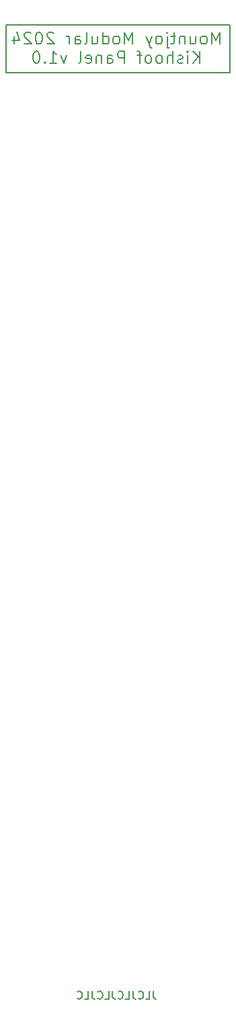
<source format=gbr>
%TF.GenerationSoftware,KiCad,Pcbnew,8.0.1*%
%TF.CreationDate,2024-04-24T15:30:04+01:00*%
%TF.ProjectId,Kishoof_Panel,4b697368-6f6f-4665-9f50-616e656c2e6b,rev?*%
%TF.SameCoordinates,Original*%
%TF.FileFunction,Legend,Bot*%
%TF.FilePolarity,Positive*%
%FSLAX46Y46*%
G04 Gerber Fmt 4.6, Leading zero omitted, Abs format (unit mm)*
G04 Created by KiCad (PCBNEW 8.0.1) date 2024-04-24 15:30:04*
%MOMM*%
%LPD*%
G01*
G04 APERTURE LIST*
%ADD10C,0.150000*%
%ADD11C,0.200000*%
G04 APERTURE END LIST*
D10*
X76600000Y-31950000D02*
X104800000Y-31950000D01*
X104800000Y-37950000D01*
X76600000Y-37950000D01*
X76600000Y-31950000D01*
X95119048Y-153504819D02*
X95119048Y-154219104D01*
X95119048Y-154219104D02*
X95166667Y-154361961D01*
X95166667Y-154361961D02*
X95261905Y-154457200D01*
X95261905Y-154457200D02*
X95404762Y-154504819D01*
X95404762Y-154504819D02*
X95500000Y-154504819D01*
X94166667Y-154504819D02*
X94642857Y-154504819D01*
X94642857Y-154504819D02*
X94642857Y-153504819D01*
X93261905Y-154409580D02*
X93309524Y-154457200D01*
X93309524Y-154457200D02*
X93452381Y-154504819D01*
X93452381Y-154504819D02*
X93547619Y-154504819D01*
X93547619Y-154504819D02*
X93690476Y-154457200D01*
X93690476Y-154457200D02*
X93785714Y-154361961D01*
X93785714Y-154361961D02*
X93833333Y-154266723D01*
X93833333Y-154266723D02*
X93880952Y-154076247D01*
X93880952Y-154076247D02*
X93880952Y-153933390D01*
X93880952Y-153933390D02*
X93833333Y-153742914D01*
X93833333Y-153742914D02*
X93785714Y-153647676D01*
X93785714Y-153647676D02*
X93690476Y-153552438D01*
X93690476Y-153552438D02*
X93547619Y-153504819D01*
X93547619Y-153504819D02*
X93452381Y-153504819D01*
X93452381Y-153504819D02*
X93309524Y-153552438D01*
X93309524Y-153552438D02*
X93261905Y-153600057D01*
X92547619Y-153504819D02*
X92547619Y-154219104D01*
X92547619Y-154219104D02*
X92595238Y-154361961D01*
X92595238Y-154361961D02*
X92690476Y-154457200D01*
X92690476Y-154457200D02*
X92833333Y-154504819D01*
X92833333Y-154504819D02*
X92928571Y-154504819D01*
X91595238Y-154504819D02*
X92071428Y-154504819D01*
X92071428Y-154504819D02*
X92071428Y-153504819D01*
X90690476Y-154409580D02*
X90738095Y-154457200D01*
X90738095Y-154457200D02*
X90880952Y-154504819D01*
X90880952Y-154504819D02*
X90976190Y-154504819D01*
X90976190Y-154504819D02*
X91119047Y-154457200D01*
X91119047Y-154457200D02*
X91214285Y-154361961D01*
X91214285Y-154361961D02*
X91261904Y-154266723D01*
X91261904Y-154266723D02*
X91309523Y-154076247D01*
X91309523Y-154076247D02*
X91309523Y-153933390D01*
X91309523Y-153933390D02*
X91261904Y-153742914D01*
X91261904Y-153742914D02*
X91214285Y-153647676D01*
X91214285Y-153647676D02*
X91119047Y-153552438D01*
X91119047Y-153552438D02*
X90976190Y-153504819D01*
X90976190Y-153504819D02*
X90880952Y-153504819D01*
X90880952Y-153504819D02*
X90738095Y-153552438D01*
X90738095Y-153552438D02*
X90690476Y-153600057D01*
X89976190Y-153504819D02*
X89976190Y-154219104D01*
X89976190Y-154219104D02*
X90023809Y-154361961D01*
X90023809Y-154361961D02*
X90119047Y-154457200D01*
X90119047Y-154457200D02*
X90261904Y-154504819D01*
X90261904Y-154504819D02*
X90357142Y-154504819D01*
X89023809Y-154504819D02*
X89499999Y-154504819D01*
X89499999Y-154504819D02*
X89499999Y-153504819D01*
X88119047Y-154409580D02*
X88166666Y-154457200D01*
X88166666Y-154457200D02*
X88309523Y-154504819D01*
X88309523Y-154504819D02*
X88404761Y-154504819D01*
X88404761Y-154504819D02*
X88547618Y-154457200D01*
X88547618Y-154457200D02*
X88642856Y-154361961D01*
X88642856Y-154361961D02*
X88690475Y-154266723D01*
X88690475Y-154266723D02*
X88738094Y-154076247D01*
X88738094Y-154076247D02*
X88738094Y-153933390D01*
X88738094Y-153933390D02*
X88690475Y-153742914D01*
X88690475Y-153742914D02*
X88642856Y-153647676D01*
X88642856Y-153647676D02*
X88547618Y-153552438D01*
X88547618Y-153552438D02*
X88404761Y-153504819D01*
X88404761Y-153504819D02*
X88309523Y-153504819D01*
X88309523Y-153504819D02*
X88166666Y-153552438D01*
X88166666Y-153552438D02*
X88119047Y-153600057D01*
X87404761Y-153504819D02*
X87404761Y-154219104D01*
X87404761Y-154219104D02*
X87452380Y-154361961D01*
X87452380Y-154361961D02*
X87547618Y-154457200D01*
X87547618Y-154457200D02*
X87690475Y-154504819D01*
X87690475Y-154504819D02*
X87785713Y-154504819D01*
X86452380Y-154504819D02*
X86928570Y-154504819D01*
X86928570Y-154504819D02*
X86928570Y-153504819D01*
X85547618Y-154409580D02*
X85595237Y-154457200D01*
X85595237Y-154457200D02*
X85738094Y-154504819D01*
X85738094Y-154504819D02*
X85833332Y-154504819D01*
X85833332Y-154504819D02*
X85976189Y-154457200D01*
X85976189Y-154457200D02*
X86071427Y-154361961D01*
X86071427Y-154361961D02*
X86119046Y-154266723D01*
X86119046Y-154266723D02*
X86166665Y-154076247D01*
X86166665Y-154076247D02*
X86166665Y-153933390D01*
X86166665Y-153933390D02*
X86119046Y-153742914D01*
X86119046Y-153742914D02*
X86071427Y-153647676D01*
X86071427Y-153647676D02*
X85976189Y-153552438D01*
X85976189Y-153552438D02*
X85833332Y-153504819D01*
X85833332Y-153504819D02*
X85738094Y-153504819D01*
X85738094Y-153504819D02*
X85595237Y-153552438D01*
X85595237Y-153552438D02*
X85547618Y-153600057D01*
D11*
X103499999Y-34326070D02*
X103499999Y-32826070D01*
X103499999Y-32826070D02*
X102999999Y-33897499D01*
X102999999Y-33897499D02*
X102499999Y-32826070D01*
X102499999Y-32826070D02*
X102499999Y-34326070D01*
X101571427Y-34326070D02*
X101714284Y-34254642D01*
X101714284Y-34254642D02*
X101785713Y-34183213D01*
X101785713Y-34183213D02*
X101857141Y-34040356D01*
X101857141Y-34040356D02*
X101857141Y-33611784D01*
X101857141Y-33611784D02*
X101785713Y-33468927D01*
X101785713Y-33468927D02*
X101714284Y-33397499D01*
X101714284Y-33397499D02*
X101571427Y-33326070D01*
X101571427Y-33326070D02*
X101357141Y-33326070D01*
X101357141Y-33326070D02*
X101214284Y-33397499D01*
X101214284Y-33397499D02*
X101142856Y-33468927D01*
X101142856Y-33468927D02*
X101071427Y-33611784D01*
X101071427Y-33611784D02*
X101071427Y-34040356D01*
X101071427Y-34040356D02*
X101142856Y-34183213D01*
X101142856Y-34183213D02*
X101214284Y-34254642D01*
X101214284Y-34254642D02*
X101357141Y-34326070D01*
X101357141Y-34326070D02*
X101571427Y-34326070D01*
X99785713Y-33326070D02*
X99785713Y-34326070D01*
X100428570Y-33326070D02*
X100428570Y-34111784D01*
X100428570Y-34111784D02*
X100357141Y-34254642D01*
X100357141Y-34254642D02*
X100214284Y-34326070D01*
X100214284Y-34326070D02*
X99999998Y-34326070D01*
X99999998Y-34326070D02*
X99857141Y-34254642D01*
X99857141Y-34254642D02*
X99785713Y-34183213D01*
X99071427Y-33326070D02*
X99071427Y-34326070D01*
X99071427Y-33468927D02*
X98999998Y-33397499D01*
X98999998Y-33397499D02*
X98857141Y-33326070D01*
X98857141Y-33326070D02*
X98642855Y-33326070D01*
X98642855Y-33326070D02*
X98499998Y-33397499D01*
X98499998Y-33397499D02*
X98428570Y-33540356D01*
X98428570Y-33540356D02*
X98428570Y-34326070D01*
X97928569Y-33326070D02*
X97357141Y-33326070D01*
X97714284Y-32826070D02*
X97714284Y-34111784D01*
X97714284Y-34111784D02*
X97642855Y-34254642D01*
X97642855Y-34254642D02*
X97499998Y-34326070D01*
X97499998Y-34326070D02*
X97357141Y-34326070D01*
X96857141Y-33326070D02*
X96857141Y-34611784D01*
X96857141Y-34611784D02*
X96928569Y-34754642D01*
X96928569Y-34754642D02*
X97071426Y-34826070D01*
X97071426Y-34826070D02*
X97142855Y-34826070D01*
X96857141Y-32826070D02*
X96928569Y-32897499D01*
X96928569Y-32897499D02*
X96857141Y-32968927D01*
X96857141Y-32968927D02*
X96785712Y-32897499D01*
X96785712Y-32897499D02*
X96857141Y-32826070D01*
X96857141Y-32826070D02*
X96857141Y-32968927D01*
X95928569Y-34326070D02*
X96071426Y-34254642D01*
X96071426Y-34254642D02*
X96142855Y-34183213D01*
X96142855Y-34183213D02*
X96214283Y-34040356D01*
X96214283Y-34040356D02*
X96214283Y-33611784D01*
X96214283Y-33611784D02*
X96142855Y-33468927D01*
X96142855Y-33468927D02*
X96071426Y-33397499D01*
X96071426Y-33397499D02*
X95928569Y-33326070D01*
X95928569Y-33326070D02*
X95714283Y-33326070D01*
X95714283Y-33326070D02*
X95571426Y-33397499D01*
X95571426Y-33397499D02*
X95499998Y-33468927D01*
X95499998Y-33468927D02*
X95428569Y-33611784D01*
X95428569Y-33611784D02*
X95428569Y-34040356D01*
X95428569Y-34040356D02*
X95499998Y-34183213D01*
X95499998Y-34183213D02*
X95571426Y-34254642D01*
X95571426Y-34254642D02*
X95714283Y-34326070D01*
X95714283Y-34326070D02*
X95928569Y-34326070D01*
X94928569Y-33326070D02*
X94571426Y-34326070D01*
X94214283Y-33326070D02*
X94571426Y-34326070D01*
X94571426Y-34326070D02*
X94714283Y-34683213D01*
X94714283Y-34683213D02*
X94785712Y-34754642D01*
X94785712Y-34754642D02*
X94928569Y-34826070D01*
X92499998Y-34326070D02*
X92499998Y-32826070D01*
X92499998Y-32826070D02*
X91999998Y-33897499D01*
X91999998Y-33897499D02*
X91499998Y-32826070D01*
X91499998Y-32826070D02*
X91499998Y-34326070D01*
X90571426Y-34326070D02*
X90714283Y-34254642D01*
X90714283Y-34254642D02*
X90785712Y-34183213D01*
X90785712Y-34183213D02*
X90857140Y-34040356D01*
X90857140Y-34040356D02*
X90857140Y-33611784D01*
X90857140Y-33611784D02*
X90785712Y-33468927D01*
X90785712Y-33468927D02*
X90714283Y-33397499D01*
X90714283Y-33397499D02*
X90571426Y-33326070D01*
X90571426Y-33326070D02*
X90357140Y-33326070D01*
X90357140Y-33326070D02*
X90214283Y-33397499D01*
X90214283Y-33397499D02*
X90142855Y-33468927D01*
X90142855Y-33468927D02*
X90071426Y-33611784D01*
X90071426Y-33611784D02*
X90071426Y-34040356D01*
X90071426Y-34040356D02*
X90142855Y-34183213D01*
X90142855Y-34183213D02*
X90214283Y-34254642D01*
X90214283Y-34254642D02*
X90357140Y-34326070D01*
X90357140Y-34326070D02*
X90571426Y-34326070D01*
X88785712Y-34326070D02*
X88785712Y-32826070D01*
X88785712Y-34254642D02*
X88928569Y-34326070D01*
X88928569Y-34326070D02*
X89214283Y-34326070D01*
X89214283Y-34326070D02*
X89357140Y-34254642D01*
X89357140Y-34254642D02*
X89428569Y-34183213D01*
X89428569Y-34183213D02*
X89499997Y-34040356D01*
X89499997Y-34040356D02*
X89499997Y-33611784D01*
X89499997Y-33611784D02*
X89428569Y-33468927D01*
X89428569Y-33468927D02*
X89357140Y-33397499D01*
X89357140Y-33397499D02*
X89214283Y-33326070D01*
X89214283Y-33326070D02*
X88928569Y-33326070D01*
X88928569Y-33326070D02*
X88785712Y-33397499D01*
X87428569Y-33326070D02*
X87428569Y-34326070D01*
X88071426Y-33326070D02*
X88071426Y-34111784D01*
X88071426Y-34111784D02*
X87999997Y-34254642D01*
X87999997Y-34254642D02*
X87857140Y-34326070D01*
X87857140Y-34326070D02*
X87642854Y-34326070D01*
X87642854Y-34326070D02*
X87499997Y-34254642D01*
X87499997Y-34254642D02*
X87428569Y-34183213D01*
X86499997Y-34326070D02*
X86642854Y-34254642D01*
X86642854Y-34254642D02*
X86714283Y-34111784D01*
X86714283Y-34111784D02*
X86714283Y-32826070D01*
X85285712Y-34326070D02*
X85285712Y-33540356D01*
X85285712Y-33540356D02*
X85357140Y-33397499D01*
X85357140Y-33397499D02*
X85499997Y-33326070D01*
X85499997Y-33326070D02*
X85785712Y-33326070D01*
X85785712Y-33326070D02*
X85928569Y-33397499D01*
X85285712Y-34254642D02*
X85428569Y-34326070D01*
X85428569Y-34326070D02*
X85785712Y-34326070D01*
X85785712Y-34326070D02*
X85928569Y-34254642D01*
X85928569Y-34254642D02*
X85999997Y-34111784D01*
X85999997Y-34111784D02*
X85999997Y-33968927D01*
X85999997Y-33968927D02*
X85928569Y-33826070D01*
X85928569Y-33826070D02*
X85785712Y-33754642D01*
X85785712Y-33754642D02*
X85428569Y-33754642D01*
X85428569Y-33754642D02*
X85285712Y-33683213D01*
X84571426Y-34326070D02*
X84571426Y-33326070D01*
X84571426Y-33611784D02*
X84499997Y-33468927D01*
X84499997Y-33468927D02*
X84428569Y-33397499D01*
X84428569Y-33397499D02*
X84285711Y-33326070D01*
X84285711Y-33326070D02*
X84142854Y-33326070D01*
X82571426Y-32968927D02*
X82499998Y-32897499D01*
X82499998Y-32897499D02*
X82357141Y-32826070D01*
X82357141Y-32826070D02*
X81999998Y-32826070D01*
X81999998Y-32826070D02*
X81857141Y-32897499D01*
X81857141Y-32897499D02*
X81785712Y-32968927D01*
X81785712Y-32968927D02*
X81714283Y-33111784D01*
X81714283Y-33111784D02*
X81714283Y-33254642D01*
X81714283Y-33254642D02*
X81785712Y-33468927D01*
X81785712Y-33468927D02*
X82642855Y-34326070D01*
X82642855Y-34326070D02*
X81714283Y-34326070D01*
X80785712Y-32826070D02*
X80642855Y-32826070D01*
X80642855Y-32826070D02*
X80499998Y-32897499D01*
X80499998Y-32897499D02*
X80428570Y-32968927D01*
X80428570Y-32968927D02*
X80357141Y-33111784D01*
X80357141Y-33111784D02*
X80285712Y-33397499D01*
X80285712Y-33397499D02*
X80285712Y-33754642D01*
X80285712Y-33754642D02*
X80357141Y-34040356D01*
X80357141Y-34040356D02*
X80428570Y-34183213D01*
X80428570Y-34183213D02*
X80499998Y-34254642D01*
X80499998Y-34254642D02*
X80642855Y-34326070D01*
X80642855Y-34326070D02*
X80785712Y-34326070D01*
X80785712Y-34326070D02*
X80928570Y-34254642D01*
X80928570Y-34254642D02*
X80999998Y-34183213D01*
X80999998Y-34183213D02*
X81071427Y-34040356D01*
X81071427Y-34040356D02*
X81142855Y-33754642D01*
X81142855Y-33754642D02*
X81142855Y-33397499D01*
X81142855Y-33397499D02*
X81071427Y-33111784D01*
X81071427Y-33111784D02*
X80999998Y-32968927D01*
X80999998Y-32968927D02*
X80928570Y-32897499D01*
X80928570Y-32897499D02*
X80785712Y-32826070D01*
X79714284Y-32968927D02*
X79642856Y-32897499D01*
X79642856Y-32897499D02*
X79499999Y-32826070D01*
X79499999Y-32826070D02*
X79142856Y-32826070D01*
X79142856Y-32826070D02*
X78999999Y-32897499D01*
X78999999Y-32897499D02*
X78928570Y-32968927D01*
X78928570Y-32968927D02*
X78857141Y-33111784D01*
X78857141Y-33111784D02*
X78857141Y-33254642D01*
X78857141Y-33254642D02*
X78928570Y-33468927D01*
X78928570Y-33468927D02*
X79785713Y-34326070D01*
X79785713Y-34326070D02*
X78857141Y-34326070D01*
X77571428Y-33326070D02*
X77571428Y-34326070D01*
X77928570Y-32754642D02*
X78285713Y-33826070D01*
X78285713Y-33826070D02*
X77357142Y-33826070D01*
X100964285Y-36740986D02*
X100964285Y-35240986D01*
X100107142Y-36740986D02*
X100749999Y-35883843D01*
X100107142Y-35240986D02*
X100964285Y-36098129D01*
X99464285Y-36740986D02*
X99464285Y-35740986D01*
X99464285Y-35240986D02*
X99535713Y-35312415D01*
X99535713Y-35312415D02*
X99464285Y-35383843D01*
X99464285Y-35383843D02*
X99392856Y-35312415D01*
X99392856Y-35312415D02*
X99464285Y-35240986D01*
X99464285Y-35240986D02*
X99464285Y-35383843D01*
X98821427Y-36669558D02*
X98678570Y-36740986D01*
X98678570Y-36740986D02*
X98392856Y-36740986D01*
X98392856Y-36740986D02*
X98249999Y-36669558D01*
X98249999Y-36669558D02*
X98178570Y-36526700D01*
X98178570Y-36526700D02*
X98178570Y-36455272D01*
X98178570Y-36455272D02*
X98249999Y-36312415D01*
X98249999Y-36312415D02*
X98392856Y-36240986D01*
X98392856Y-36240986D02*
X98607142Y-36240986D01*
X98607142Y-36240986D02*
X98749999Y-36169558D01*
X98749999Y-36169558D02*
X98821427Y-36026700D01*
X98821427Y-36026700D02*
X98821427Y-35955272D01*
X98821427Y-35955272D02*
X98749999Y-35812415D01*
X98749999Y-35812415D02*
X98607142Y-35740986D01*
X98607142Y-35740986D02*
X98392856Y-35740986D01*
X98392856Y-35740986D02*
X98249999Y-35812415D01*
X97535713Y-36740986D02*
X97535713Y-35240986D01*
X96892856Y-36740986D02*
X96892856Y-35955272D01*
X96892856Y-35955272D02*
X96964284Y-35812415D01*
X96964284Y-35812415D02*
X97107141Y-35740986D01*
X97107141Y-35740986D02*
X97321427Y-35740986D01*
X97321427Y-35740986D02*
X97464284Y-35812415D01*
X97464284Y-35812415D02*
X97535713Y-35883843D01*
X95964284Y-36740986D02*
X96107141Y-36669558D01*
X96107141Y-36669558D02*
X96178570Y-36598129D01*
X96178570Y-36598129D02*
X96249998Y-36455272D01*
X96249998Y-36455272D02*
X96249998Y-36026700D01*
X96249998Y-36026700D02*
X96178570Y-35883843D01*
X96178570Y-35883843D02*
X96107141Y-35812415D01*
X96107141Y-35812415D02*
X95964284Y-35740986D01*
X95964284Y-35740986D02*
X95749998Y-35740986D01*
X95749998Y-35740986D02*
X95607141Y-35812415D01*
X95607141Y-35812415D02*
X95535713Y-35883843D01*
X95535713Y-35883843D02*
X95464284Y-36026700D01*
X95464284Y-36026700D02*
X95464284Y-36455272D01*
X95464284Y-36455272D02*
X95535713Y-36598129D01*
X95535713Y-36598129D02*
X95607141Y-36669558D01*
X95607141Y-36669558D02*
X95749998Y-36740986D01*
X95749998Y-36740986D02*
X95964284Y-36740986D01*
X94607141Y-36740986D02*
X94749998Y-36669558D01*
X94749998Y-36669558D02*
X94821427Y-36598129D01*
X94821427Y-36598129D02*
X94892855Y-36455272D01*
X94892855Y-36455272D02*
X94892855Y-36026700D01*
X94892855Y-36026700D02*
X94821427Y-35883843D01*
X94821427Y-35883843D02*
X94749998Y-35812415D01*
X94749998Y-35812415D02*
X94607141Y-35740986D01*
X94607141Y-35740986D02*
X94392855Y-35740986D01*
X94392855Y-35740986D02*
X94249998Y-35812415D01*
X94249998Y-35812415D02*
X94178570Y-35883843D01*
X94178570Y-35883843D02*
X94107141Y-36026700D01*
X94107141Y-36026700D02*
X94107141Y-36455272D01*
X94107141Y-36455272D02*
X94178570Y-36598129D01*
X94178570Y-36598129D02*
X94249998Y-36669558D01*
X94249998Y-36669558D02*
X94392855Y-36740986D01*
X94392855Y-36740986D02*
X94607141Y-36740986D01*
X93678569Y-35740986D02*
X93107141Y-35740986D01*
X93464284Y-36740986D02*
X93464284Y-35455272D01*
X93464284Y-35455272D02*
X93392855Y-35312415D01*
X93392855Y-35312415D02*
X93249998Y-35240986D01*
X93249998Y-35240986D02*
X93107141Y-35240986D01*
X91464284Y-36740986D02*
X91464284Y-35240986D01*
X91464284Y-35240986D02*
X90892855Y-35240986D01*
X90892855Y-35240986D02*
X90749998Y-35312415D01*
X90749998Y-35312415D02*
X90678569Y-35383843D01*
X90678569Y-35383843D02*
X90607141Y-35526700D01*
X90607141Y-35526700D02*
X90607141Y-35740986D01*
X90607141Y-35740986D02*
X90678569Y-35883843D01*
X90678569Y-35883843D02*
X90749998Y-35955272D01*
X90749998Y-35955272D02*
X90892855Y-36026700D01*
X90892855Y-36026700D02*
X91464284Y-36026700D01*
X89321427Y-36740986D02*
X89321427Y-35955272D01*
X89321427Y-35955272D02*
X89392855Y-35812415D01*
X89392855Y-35812415D02*
X89535712Y-35740986D01*
X89535712Y-35740986D02*
X89821427Y-35740986D01*
X89821427Y-35740986D02*
X89964284Y-35812415D01*
X89321427Y-36669558D02*
X89464284Y-36740986D01*
X89464284Y-36740986D02*
X89821427Y-36740986D01*
X89821427Y-36740986D02*
X89964284Y-36669558D01*
X89964284Y-36669558D02*
X90035712Y-36526700D01*
X90035712Y-36526700D02*
X90035712Y-36383843D01*
X90035712Y-36383843D02*
X89964284Y-36240986D01*
X89964284Y-36240986D02*
X89821427Y-36169558D01*
X89821427Y-36169558D02*
X89464284Y-36169558D01*
X89464284Y-36169558D02*
X89321427Y-36098129D01*
X88607141Y-35740986D02*
X88607141Y-36740986D01*
X88607141Y-35883843D02*
X88535712Y-35812415D01*
X88535712Y-35812415D02*
X88392855Y-35740986D01*
X88392855Y-35740986D02*
X88178569Y-35740986D01*
X88178569Y-35740986D02*
X88035712Y-35812415D01*
X88035712Y-35812415D02*
X87964284Y-35955272D01*
X87964284Y-35955272D02*
X87964284Y-36740986D01*
X86678569Y-36669558D02*
X86821426Y-36740986D01*
X86821426Y-36740986D02*
X87107141Y-36740986D01*
X87107141Y-36740986D02*
X87249998Y-36669558D01*
X87249998Y-36669558D02*
X87321426Y-36526700D01*
X87321426Y-36526700D02*
X87321426Y-35955272D01*
X87321426Y-35955272D02*
X87249998Y-35812415D01*
X87249998Y-35812415D02*
X87107141Y-35740986D01*
X87107141Y-35740986D02*
X86821426Y-35740986D01*
X86821426Y-35740986D02*
X86678569Y-35812415D01*
X86678569Y-35812415D02*
X86607141Y-35955272D01*
X86607141Y-35955272D02*
X86607141Y-36098129D01*
X86607141Y-36098129D02*
X87321426Y-36240986D01*
X85749998Y-36740986D02*
X85892855Y-36669558D01*
X85892855Y-36669558D02*
X85964284Y-36526700D01*
X85964284Y-36526700D02*
X85964284Y-35240986D01*
X84178570Y-35740986D02*
X83821427Y-36740986D01*
X83821427Y-36740986D02*
X83464284Y-35740986D01*
X82107141Y-36740986D02*
X82964284Y-36740986D01*
X82535713Y-36740986D02*
X82535713Y-35240986D01*
X82535713Y-35240986D02*
X82678570Y-35455272D01*
X82678570Y-35455272D02*
X82821427Y-35598129D01*
X82821427Y-35598129D02*
X82964284Y-35669558D01*
X81464285Y-36598129D02*
X81392856Y-36669558D01*
X81392856Y-36669558D02*
X81464285Y-36740986D01*
X81464285Y-36740986D02*
X81535713Y-36669558D01*
X81535713Y-36669558D02*
X81464285Y-36598129D01*
X81464285Y-36598129D02*
X81464285Y-36740986D01*
X80464284Y-35240986D02*
X80321427Y-35240986D01*
X80321427Y-35240986D02*
X80178570Y-35312415D01*
X80178570Y-35312415D02*
X80107142Y-35383843D01*
X80107142Y-35383843D02*
X80035713Y-35526700D01*
X80035713Y-35526700D02*
X79964284Y-35812415D01*
X79964284Y-35812415D02*
X79964284Y-36169558D01*
X79964284Y-36169558D02*
X80035713Y-36455272D01*
X80035713Y-36455272D02*
X80107142Y-36598129D01*
X80107142Y-36598129D02*
X80178570Y-36669558D01*
X80178570Y-36669558D02*
X80321427Y-36740986D01*
X80321427Y-36740986D02*
X80464284Y-36740986D01*
X80464284Y-36740986D02*
X80607142Y-36669558D01*
X80607142Y-36669558D02*
X80678570Y-36598129D01*
X80678570Y-36598129D02*
X80749999Y-36455272D01*
X80749999Y-36455272D02*
X80821427Y-36169558D01*
X80821427Y-36169558D02*
X80821427Y-35812415D01*
X80821427Y-35812415D02*
X80749999Y-35526700D01*
X80749999Y-35526700D02*
X80678570Y-35383843D01*
X80678570Y-35383843D02*
X80607142Y-35312415D01*
X80607142Y-35312415D02*
X80464284Y-35240986D01*
M02*

</source>
